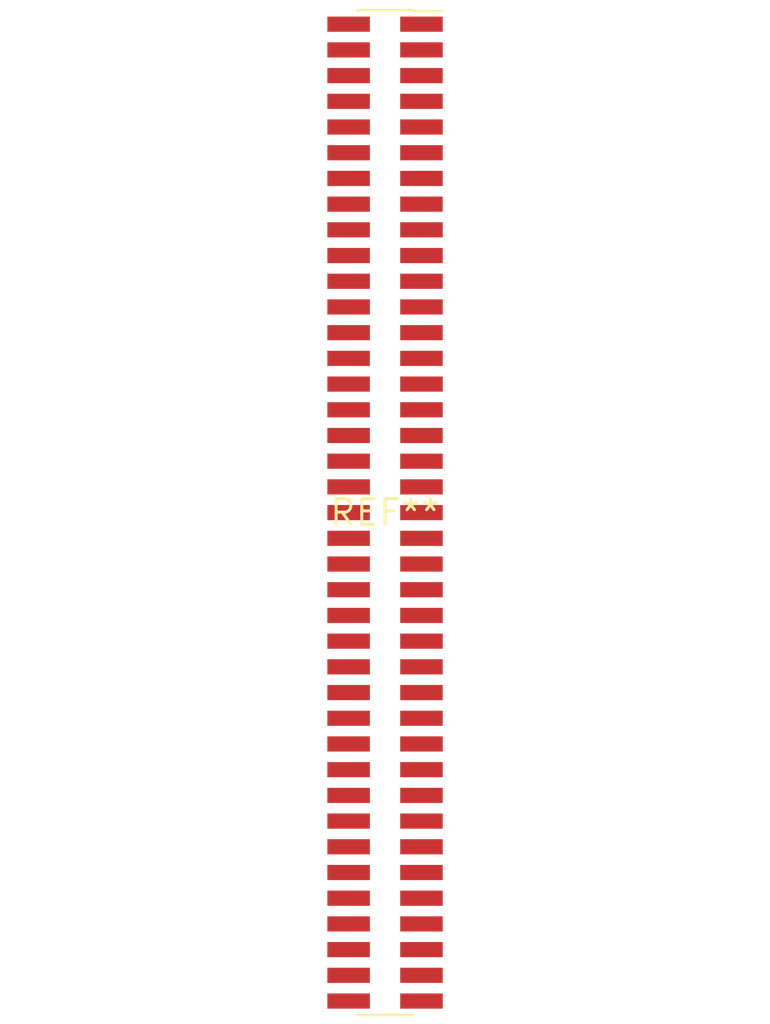
<source format=kicad_pcb>
(kicad_pcb (version 20240108) (generator pcbnew)
  (layers (0 "F.Cu" signal) (31 "B.Cu" signal) (34 "B.Paste" user) (35 "F.Paste" user) (36 "B.SilkS" user "B.Silkscreen") (37 "F.SilkS" user "F.Silkscreen") (38 "B.Mask" user) (39 "F.Mask" user) (44 "Edge.Cuts" user))
  (net 0 "")
  (footprint "PinSocket_2x39_P1.27mm_Vertical_SMD" (layer "F.Cu") (at 0 0)
    (property "Reference" "REF**")
    (property "Value" "PinSocket_2x39_P1.27mm_Vertical_SMD")
    (fp_line (start -1.33 -24.825) (end -1.33 -24.765) (layer "F.SilkS") (stroke (width 0.12)))
    (fp_line (start -1.33 -24.825) (end 1.33 -24.825) (layer "F.SilkS") (stroke (width 0.12)))
    (fp_line (start -1.33 24.765) (end -1.33 24.825) (layer "F.SilkS") (stroke (width 0.12)))
    (fp_line (start -1.33 24.825) (end 1.33 24.825) (layer "F.SilkS") (stroke (width 0.12)))
    (fp_line (start 1.33 -24.825) (end 1.33 -24.765) (layer "F.SilkS") (stroke (width 0.12)))
    (fp_line (start 1.33 -24.765) (end 2.79 -24.765) (layer "F.SilkS") (stroke (width 0.12)))
    (fp_line (start 1.33 24.765) (end 1.33 24.825) (layer "F.SilkS") (stroke (width 0.12)))
    (pad "1" smd rect (at 1.8 -24.13) (size 2.1 0.75) (layers "F.Cu" "F.Paste" "F.Mask"))
    (pad "2" smd rect (at -1.8 -24.13) (size 2.1 0.75) (layers "F.Cu" "F.Paste" "F.Mask"))
    (pad "3" smd rect (at 1.8 -22.86) (size 2.1 0.75) (layers "F.Cu" "F.Paste" "F.Mask"))
    (pad "4" smd rect (at -1.8 -22.86) (size 2.1 0.75) (layers "F.Cu" "F.Paste" "F.Mask"))
    (pad "5" smd rect (at 1.8 -21.59) (size 2.1 0.75) (layers "F.Cu" "F.Paste" "F.Mask"))
    (pad "6" smd rect (at -1.8 -21.59) (size 2.1 0.75) (layers "F.Cu" "F.Paste" "F.Mask"))
    (pad "7" smd rect (at 1.8 -20.32) (size 2.1 0.75) (layers "F.Cu" "F.Paste" "F.Mask"))
    (pad "8" smd rect (at -1.8 -20.32) (size 2.1 0.75) (layers "F.Cu" "F.Paste" "F.Mask"))
    (pad "9" smd rect (at 1.8 -19.05) (size 2.1 0.75) (layers "F.Cu" "F.Paste" "F.Mask"))
    (pad "10" smd rect (at -1.8 -19.05) (size 2.1 0.75) (layers "F.Cu" "F.Paste" "F.Mask"))
    (pad "11" smd rect (at 1.8 -17.78) (size 2.1 0.75) (layers "F.Cu" "F.Paste" "F.Mask"))
    (pad "12" smd rect (at -1.8 -17.78) (size 2.1 0.75) (layers "F.Cu" "F.Paste" "F.Mask"))
    (pad "13" smd rect (at 1.8 -16.51) (size 2.1 0.75) (layers "F.Cu" "F.Paste" "F.Mask"))
    (pad "14" smd rect (at -1.8 -16.51) (size 2.1 0.75) (layers "F.Cu" "F.Paste" "F.Mask"))
    (pad "15" smd rect (at 1.8 -15.24) (size 2.1 0.75) (layers "F.Cu" "F.Paste" "F.Mask"))
    (pad "16" smd rect (at -1.8 -15.24) (size 2.1 0.75) (layers "F.Cu" "F.Paste" "F.Mask"))
    (pad "17" smd rect (at 1.8 -13.97) (size 2.1 0.75) (layers "F.Cu" "F.Paste" "F.Mask"))
    (pad "18" smd rect (at -1.8 -13.97) (size 2.1 0.75) (layers "F.Cu" "F.Paste" "F.Mask"))
    (pad "19" smd rect (at 1.8 -12.7) (size 2.1 0.75) (layers "F.Cu" "F.Paste" "F.Mask"))
    (pad "20" smd rect (at -1.8 -12.7) (size 2.1 0.75) (layers "F.Cu" "F.Paste" "F.Mask"))
    (pad "21" smd rect (at 1.8 -11.43) (size 2.1 0.75) (layers "F.Cu" "F.Paste" "F.Mask"))
    (pad "22" smd rect (at -1.8 -11.43) (size 2.1 0.75) (layers "F.Cu" "F.Paste" "F.Mask"))
    (pad "23" smd rect (at 1.8 -10.16) (size 2.1 0.75) (layers "F.Cu" "F.Paste" "F.Mask"))
    (pad "24" smd rect (at -1.8 -10.16) (size 2.1 0.75) (layers "F.Cu" "F.Paste" "F.Mask"))
    (pad "25" smd rect (at 1.8 -8.89) (size 2.1 0.75) (layers "F.Cu" "F.Paste" "F.Mask"))
    (pad "26" smd rect (at -1.8 -8.89) (size 2.1 0.75) (layers "F.Cu" "F.Paste" "F.Mask"))
    (pad "27" smd rect (at 1.8 -7.62) (size 2.1 0.75) (layers "F.Cu" "F.Paste" "F.Mask"))
    (pad "28" smd rect (at -1.8 -7.62) (size 2.1 0.75) (layers "F.Cu" "F.Paste" "F.Mask"))
    (pad "29" smd rect (at 1.8 -6.35) (size 2.1 0.75) (layers "F.Cu" "F.Paste" "F.Mask"))
    (pad "30" smd rect (at -1.8 -6.35) (size 2.1 0.75) (layers "F.Cu" "F.Paste" "F.Mask"))
    (pad "31" smd rect (at 1.8 -5.08) (size 2.1 0.75) (layers "F.Cu" "F.Paste" "F.Mask"))
    (pad "32" smd rect (at -1.8 -5.08) (size 2.1 0.75) (layers "F.Cu" "F.Paste" "F.Mask"))
    (pad "33" smd rect (at 1.8 -3.81) (size 2.1 0.75) (layers "F.Cu" "F.Paste" "F.Mask"))
    (pad "34" smd rect (at -1.8 -3.81) (size 2.1 0.75) (layers "F.Cu" "F.Paste" "F.Mask"))
    (pad "35" smd rect (at 1.8 -2.54) (size 2.1 0.75) (layers "F.Cu" "F.Paste" "F.Mask"))
    (pad "36" smd rect (at -1.8 -2.54) (size 2.1 0.75) (layers "F.Cu" "F.Paste" "F.Mask"))
    (pad "37" smd rect (at 1.8 -1.27) (size 2.1 0.75) (layers "F.Cu" "F.Paste" "F.Mask"))
    (pad "38" smd rect (at -1.8 -1.27) (size 2.1 0.75) (layers "F.Cu" "F.Paste" "F.Mask"))
    (pad "39" smd rect (at 1.8 0) (size 2.1 0.75) (layers "F.Cu" "F.Paste" "F.Mask"))
    (pad "40" smd rect (at -1.8 0) (size 2.1 0.75) (layers "F.Cu" "F.Paste" "F.Mask"))
    (pad "41" smd rect (at 1.8 1.27) (size 2.1 0.75) (layers "F.Cu" "F.Paste" "F.Mask"))
    (pad "42" smd rect (at -1.8 1.27) (size 2.1 0.75) (layers "F.Cu" "F.Paste" "F.Mask"))
    (pad "43" smd rect (at 1.8 2.54) (size 2.1 0.75) (layers "F.Cu" "F.Paste" "F.Mask"))
    (pad "44" smd rect (at -1.8 2.54) (size 2.1 0.75) (layers "F.Cu" "F.Paste" "F.Mask"))
    (pad "45" smd rect (at 1.8 3.81) (size 2.1 0.75) (layers "F.Cu" "F.Paste" "F.Mask"))
    (pad "46" smd rect (at -1.8 3.81) (size 2.1 0.75) (layers "F.Cu" "F.Paste" "F.Mask"))
    (pad "47" smd rect (at 1.8 5.08) (size 2.1 0.75) (layers "F.Cu" "F.Paste" "F.Mask"))
    (pad "48" smd rect (at -1.8 5.08) (size 2.1 0.75) (layers "F.Cu" "F.Paste" "F.Mask"))
    (pad "49" smd rect (at 1.8 6.35) (size 2.1 0.75) (layers "F.Cu" "F.Paste" "F.Mask"))
    (pad "50" smd rect (at -1.8 6.35) (size 2.1 0.75) (layers "F.Cu" "F.Paste" "F.Mask"))
    (pad "51" smd rect (at 1.8 7.62) (size 2.1 0.75) (layers "F.Cu" "F.Paste" "F.Mask"))
    (pad "52" smd rect (at -1.8 7.62) (size 2.1 0.75) (layers "F.Cu" "F.Paste" "F.Mask"))
    (pad "53" smd rect (at 1.8 8.89) (size 2.1 0.75) (layers "F.Cu" "F.Paste" "F.Mask"))
    (pad "54" smd rect (at -1.8 8.89) (size 2.1 0.75) (layers "F.Cu" "F.Paste" "F.Mask"))
    (pad "55" smd rect (at 1.8 10.16) (size 2.1 0.75) (layers "F.Cu" "F.Paste" "F.Mask"))
    (pad "56" smd rect (at -1.8 10.16) (size 2.1 0.75) (layers "F.Cu" "F.Paste" "F.Mask"))
    (pad "57" smd rect (at 1.8 11.43) (size 2.1 0.75) (layers "F.Cu" "F.Paste" "F.Mask"))
    (pad "58" smd rect (at -1.8 11.43) (size 2.1 0.75) (layers "F.Cu" "F.Paste" "F.Mask"))
    (pad "59" smd rect (at 1.8 12.7) (size 2.1 0.75) (layers "F.Cu" "F.Paste" "F.Mask"))
    (pad "60" smd rect (at -1.8 12.7) (size 2.1 0.75) (layers "F.Cu" "F.Paste" "F.Mask"))
    (pad "61" smd rect (at 1.8 13.97) (size 2.1 0.75) (layers "F.Cu" "F.Paste" "F.Mask"))
    (pad "62" smd rect (at -1.8 13.97) (size 2.1 0.75) (layers "F.Cu" "F.Paste" "F.Mask"))
    (pad "63" smd rect (at 1.8 15.24) (size 2.1 0.75) (layers "F.Cu" "F.Paste" "F.Mask"))
    (pad "64" smd rect (at -1.8 15.24) (size 2.1 0.75) (layers "F.Cu" "F.Paste" "F.Mask"))
    (pad "65" smd rect (at 1.8 16.51) (size 2.1 0.75) (layers "F.Cu" "F.Paste" "F.Mask"))
    (pad "66" smd rect (at -1.8 16.51) (size 2.1 0.75) (layers "F.Cu" "F.Paste" "F.Mask"))
    (pad "67" smd rect (at 1.8 17.78) (size 2.1 0.75) (layers "F.Cu" "F.Paste" "F.Mask"))
    (pad "68" smd rect (at -1.8 17.78) (size 2.1 0.75) (layers "F.Cu" "F.Paste" "F.Mask"))
    (pad "69" smd rect (at 1.8 19.05) (size 2.1 0.75) (layers "F.Cu" "F.Paste" "F.Mask"))
    (pad "70" smd rect (at -1.8 19.05) (size 2.1 0.75) (layers "F.Cu" "F.Paste" "F.Mask"))
    (pad "71" smd rect (at 1.8 20.32) (size 2.1 0.75) (layers "F.Cu" "F.Paste" "F.Mask"))
    (pad "72" smd rect (at -1.8 20.32) (size 2.1 0.75) (layers "F.Cu" "F.Paste" "F.Mask"))
    (pad "73" smd rect (at 1.8 21.59) (size 2.1 0.75) (layers "F.Cu" "F.Paste" "F.Mask"))
    (pad "74" smd rect (at -1.8 21.59) (size 2.1 0.75) (layers "F.Cu" "F.Paste" "F.Mask"))
    (pad "75" smd rect (at 1.8 22.86) (size 2.1 0.75) (layers "F.Cu" "F.Paste" "F.Mask"))
    (pad "76" smd rect (at -1.8 22.86) (size 2.1 0.75) (layers "F.Cu" "F.Paste" "F.Mask"))
    (pad "77" smd rect (at 1.8 24.13) (size 2.1 0.75) (layers "F.Cu" "F.Paste" "F.Mask"))
    (pad "78" smd rect (at -1.8 24.13) (size 2.1 0.75) (layers "F.Cu" "F.Paste" "F.Mask"))
  )
)
</source>
